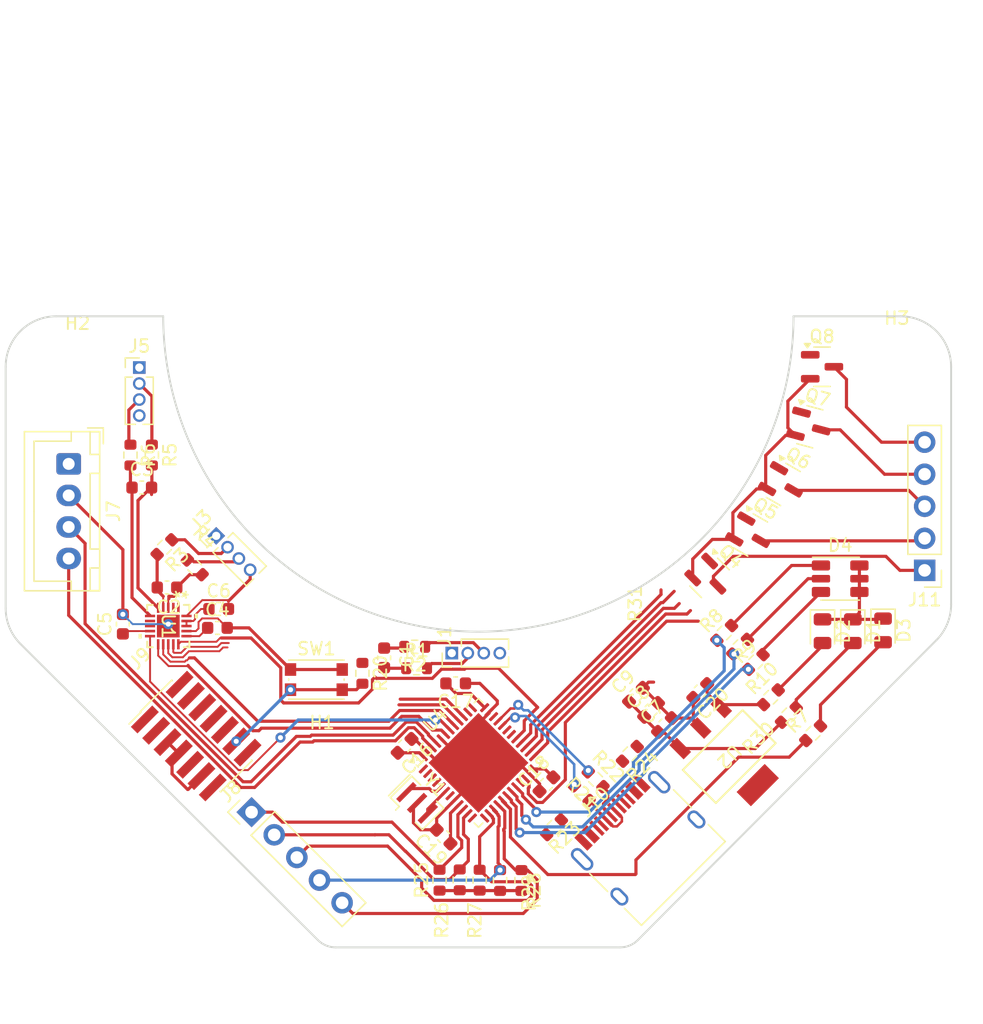
<source format=kicad_pcb>
(kicad_pcb (version 20240108) (generator "pcbnew") (generator_version "8.0")
  (layers (0 "F.Cu" signal) (31 "B.Cu" signal) (34 "B.Paste" user) (35 "F.Paste" user) (36 "B.SilkS" user "B.Silkscreen") (37 "F.SilkS" user "F.Silkscreen") (38 "B.Mask" user) (39 "F.Mask" user) (44 "Edge.Cuts" user))
  (net 0 "")
  (net 1 "Net-(J1-Pin_2)")
  (net 2 "+3.3V")
  (net 3 "GND")
  (net 4 "Net-(J3-Pin_2)")
  (net 5 "+5V")
  (net 6 "Net-(J5-Pin_2)")
  (net 7 "/ADC_SDO")
  (net 9 "/SDA")
  (net 10 "/SCL")
  (net 11 "/button1")
  (net 12 "/button2")
  (net 13 "/button3")
  (net 14 "/button4")
  (net 15 "/codeio")
  (net 16 "/codeclk")
  (net 17 "Net-(J10-CC1)")
  (net 18 "/d+")
  (net 19 "/d-")
  (net 21 "Net-(J10-CC2)")
  (net 24 "/ADC_CS")
  (net 25 "/ADC_DRDY")
  (net 26 "/ADC_SCK")
  (net 27 "/D-")
  (net 28 "/D+")
  (net 29 "/ADC_MCK")
  (net 31 "/ADC_SDI")
  (net 33 "Net-(U4-PD0)")
  (net 34 "Net-(U4-PD1)")
  (net 35 "/button5")
  (net 36 "Net-(D1-A)")
  (net 38 "Net-(J11-Pin_1)")
  (net 39 "Net-(J11-Pin_2)")
  (net 40 "Net-(J11-Pin_3)")
  (net 41 "Net-(J11-Pin_4)")
  (net 42 "Net-(J11-Pin_5)")
  (net 43 "Net-(D2-A)")
  (net 47 "/Trans1")
  (net 48 "/Trans2")
  (net 49 "/Trans3")
  (net 50 "/Trans4")
  (net 51 "/Trans5")
  (net 52 "Net-(D3-A)")
  (net 53 "Net-(U4-PA7)")
  (net 59 "/mcureset")
  (net 60 "/Programming_{RX}")
  (net 61 "/Programming_{TX}")
  (net 65 "Net-(U1-AIN0P)")
  (net 66 "Net-(U1-AIN0N)")
  (net 67 "Net-(U1-AIN1P)")
  (net 68 "Net-(U1-AIN1N)")
  (net 69 "Net-(U1-AIN2N)")
  (net 70 "Net-(U1-AIN2P)")
  (net 71 "Net-(J1-Pin_3)")
  (net 72 "Net-(J3-Pin_3)")
  (net 73 "Net-(J5-Pin_3)")
  (net 74 "Net-(U1-CAP)")
  (net 75 "/StatusLED_{B}")
  (net 76 "/StatusLED_{R}")
  (net 77 "/StatusLED_{G}")
  (net 78 "Net-(D4-GA)")
  (net 79 "Net-(D4-BA)")
  (net 80 "Net-(D4-RA)")
  (footprint "Resistor_SMD:R_0603_1608Metric" (layer "F.Cu") (at 156.8 141.7 -45)
    (property "Reference" "R22")
    (property "Value" "22")
  )
  (footprint "Package_TO_SOT_SMD:SOT-23" (layer "F.Cu") (at 174.762499 109)
    (property "Reference" "Q8")
    (property "Value" "2N7002")
  )
  (footprint "Resistor_SMD:R_0603_1608Metric" (layer "F.Cu") (at 125 124.9 -45)
    (property "Reference" "R4")
    (property "Value" "1k")
  )
  (footprint "Capacitor_SMD:C_0603_1608Metric" (layer "F.Cu") (at 126.8 129.7)
    (property "Reference" "C4")
    (property "Value" "220n")
  )
  (footprint "Connector_PinHeader_1.27mm:PinHeader_2x07_P1.27mm_Vertical_SMD" (layer "F.Cu") (at 125.115218 138.272935 45)
    (property "Reference" "J9")
    (property "Value" "Conn_ST_STDC14")
  )
  (footprint "Resistor_SMD:R_0603_1608Metric" (layer "F.Cu") (at 146.019998 149.675 90)
    (property "Reference" "R26")
    (property "Value" "10k")
  )
  (footprint "Button_Switch_SMD:SW_Push_1P1T_NO_CK_KMR2" (layer "F.Cu") (at 134.65 133.8)
    (property "Reference" "SW1")
    (property "Value" "SW_Push")
  )
  (footprint "Resistor_SMD:R_0603_1608Metric" (layer "F.Cu") (at 142.6 132.9 180)
    (property "Reference" "R1")
    (property "Value" "1k")
  )
  (footprint "Capacitor_SMD:C_0603_1608Metric" (layer "F.Cu") (at 162.3 137.4 45)
    (property "Reference" "C7")
    (property "Value" "10u")
  )
  (footprint "Connector_PinHeader_1.27mm:PinHeader_1x04_P1.27mm_Vertical" (layer "F.Cu") (at 126.703949 122.403949 45)
    (property "Reference" "J3")
    (property "Value" "Load Cell 2")
  )
  (footprint "Connector_PinHeader_2.54mm:PinHeader_1x05_P2.54mm_Vertical" (layer "F.Cu") (at 129.507898 144.307899 45)
    (property "Reference" "J8")
    (property "Value" "Conn_01x05_Pin")
  )
  (footprint "Capacitor_SMD:C_0603_1608Metric" (layer "F.Cu") (at 165.1 134.7 -135)
    (property "Reference" "C20")
    (property "Value" "0.47uF")
  )
  (footprint "LED_SMD:LED_0805_2012Metric" (layer "F.Cu") (at 179.6 129.9 -90)
    (property "Reference" "D3")
    (property "Value" "LED")
  )
  (footprint "Resistor_SMD:R_0603_1608Metric" (layer "F.Cu") (at 168.262563 131.191853 45)
    (property "Reference" "R9")
    (property "Value" "100")
  )
  (footprint "Package_TO_SOT_SMD:SOT-23" (layer "F.Cu") (at 165.837087 125.737087 -45)
    (property "Reference" "Q4")
    (property "Value" "2N7002")
  )
  (footprint "Connector_USB:USB_C_Receptacle_HRO_TYPE-C-31-M-12" (layer "F.Cu") (at 161 147.2 45)
    (property "Reference" "J10")
    (property "Value" "USB_C_Receptacle_USB2.0")
  )
  (footprint "Resistor_SMD:R_0603_1608Metric" (layer "F.Cu") (at 174.054416 138.045584 45)
    (property "Reference" "R7")
    (property "Value" "100")
  )
  (footprint "Package_TO_SOT_SMD:SOT-23" (layer "F.Cu") (at 173.794444 113.757357 -15)
    (property "Reference" "Q7")
    (property "Value" "2N7002")
  )
  (footprint "Crystal:Resonator_SMD_Murata_CSTxExxV-3Pin_3.0x1.1mm" (layer "F.Cu") (at 142.638999 143.576249 -45)
    (property "Reference" "Y1")
    (property "Value" "8M")
  )
  (footprint "Resistor_SMD:R_0603_1608Metric" (layer "F.Cu") (at 159.516637 139.683363 -135)
    (property "Reference" "R24")
    (property "Value" "5.1K")
  )
  (footprint "Resistor_SMD:R_0603_1608Metric" (layer "F.Cu") (at 144.419998 149.7 90)
    (property "Reference" "R25")
    (property "Value" "10k")
  )
  (footprint "Capacitor_SMD:C_0603_1608Metric" (layer "F.Cu") (at 161.2 136.2 45)
    (property "Reference" "C8")
    (property "Value" "10u")
  )
  (footprint "Package_TO_SOT_SMD:SOT-23" (layer "F.Cu") (at 171.688101 118.33125 -30)
    (property "Reference" "Q6")
    (property "Value" "2N7002")
  )
  (footprint "Resistor_SMD:R_0603_1608Metric" (layer "F.Cu") (at 147.6 149.7 90)
    (property "Reference" "R27")
    (property "Value" "10k")
  )
  (footprint "flight_stick_footprints:QFN_WQFN_RUK_TEX" (layer "F.Cu") (at 122.899999 129.5546 -90)
    (property "Reference" "U1")
    (property "Value" "ADS131M03IRUKx")
  )
  (footprint "Resistor_SMD:R_0603_1608Metric" (layer "F.Cu") (at 150.919998 149.725 90)
    (property "Reference" "R29")
    (property "Value" "10k")
  )
  (footprint "Capacitor_SMD:C_0603_1608Metric" (layer "F.Cu") (at 122.8 126.5 180)
    (property "Reference" "C2")
    (property "Value" "100n")
  )
  (footprint "LED_SMD:LED_0805_2012Metric" (layer "F.Cu") (at 174.8 129.9625 -90)
    (property "Reference" "D2")
    (property "Value" "LED")
  )
  (footprint "Resistor_SMD:R_0603_1608Metric" (layer "F.Cu") (at 119.9 116 -90)
    (property "Reference" "R6")
    (property "Value" "1k")
  )
  (footprint "Capacitor_SMD:C_0603_1608Metric" (layer "F.Cu") (at 140.025 132.075001 -90)
    (property "Reference" "C1")
    (property "Value" "100nF")
  )
  (footprint "Capacitor_SMD:C_0603_1608Metric" (layer "F.Cu") (at 160 135 45)
    (property "Reference" "C9")
    (property "Value" "10u")
  )
  (footprint "MountingHole:MountingHole_3.2mm_M3_ISO7380" (layer "F.Cu") (at 115.7 109.4)
    (property "Reference" "H2")
    (property "Value" "MountingHole")
  )
  (footprint "Connector_JST:JST_XH_B4B-XH-A_1x04_P2.50mm_Vertical" (layer "F.Cu") (at 115 116.7 -90)
    (property "Reference" "J7")
    (property "Value" "Conn_01x04_Male")
  )
  (footprint "MountingHole:MountingHole_3.2mm_M3_ISO7380" (layer "F.Cu") (at 135.3 141.6)
    (property "Reference" "H1")
    (property "Value" "MountingHole")
  )
  (footprint "Capacitor_SMD:C_0603_1608Metric" (layer "F.Cu") (at 145.7 134.1 180)
    (property "Reference" "C17")
    (property "Value" "100n")
  )
  (footprint "Resistor_SMD:R_0603_1608Metric" (layer "F.Cu") (at 142.45 131.2 180)
    (property "Reference" "R2")
    (property "Value" "1k")
  )
  (footprint "flight_stick_footprints:MP04A" (layer "F.Cu") (at 167.4 139.9 -135)
    (property "Reference" "U2")
    (property "Value" "LM3940IMP-3.3/NOPB")
  )
  (footprint "Resistor_SMD:R_0603_1608Metric" (layer "F.Cu") (at 122.6 123.3 -135)
    (property "Reference" "R3")
    (property "Value" "1k")
  )
  (footprint "Capacitor_SMD:C_0603_1608Metric" (layer "F.Cu") (at 144.739519 146.251992 135)
    (property "Reference" "C19")
    (property "Value" "100n")
  )
  (footprint "Connector_PinHeader_1.27mm:PinHeader_1x04_P1.27mm_Vertical" (layer "F.Cu") (at 145.39 131.7 90)
    (property "Reference" "J1")
    (property "Value" "Load Cell 1")
  )
  (footprint "Capacitor_SMD:C_0603_1608Metric" (layer "F.Cu") (at 120.8 118.575)
    (property "Reference" "C3")
    (property "Value" "100n")
  )
  (footprint "Package_DFN_QFN:QFN-48-1EP_7x7mm_P0.5mm_EP5.6x5.6mm" (layer "F.Cu") (at 147.510051 140.4 45)
    (property "Reference" "U4")
    (property "Value" "STM32F103CBU6")
  )
  (footprint "Capacitor_SMD:C_0603_1608Metric" (layer "F.Cu") (at 152.9 142.1 45)
    (property "Reference" "C18")
    (property "Value" "100n")
  )
  (footprint "Resistor_SMD:R_0603_1608Metric" (layer "F.Cu") (at 149.219998 149.725 90)
    (property "Reference" "R28")
    (property "Value" "10k")
  )
  (footprint "LED_SMD:LED_0805_2012Metric" (layer "F.Cu") (at 177.2 129.962497 -90)
    (property "Reference" "D1")
    (property "Value" "LED")
  )
  (footprint "Capacitor_SMD:C_0603_1608Metric" (layer "F.Cu") (at 126.9 128.2)
    (property "Reference" "C6")
    (property "Value" "100n")
  )
  (footprint "Resistor_SMD:R_0603_1608Metric" (layer "F.Cu") (at 172.13189 136.596537 45)
    (property "Reference" "R30")
    (property "Value" "200")
  )
  (footprint "Resistor_SMD:R_0603_1608Metric" (layer "F.Cu") (at 169.5 132.4 45)
    (property "Reference" "R10")
    (property "Value" "50")
  )
  (footprint "Capacitor_SMD:C_0603_1608Metric" (layer "F.Cu") (at 119.3 129.4 90)
    (property "Reference" "C5")
    (property "Value" "100n")
  )
  (footprint "LED_SMD:LED_ROHM_SMLVN6" (layer "F.Cu") (at 176.2 125.8)
    (property "Reference" "D4")
    (property "Value" "SMLVN6RGB")
  )
  (footprint "Package_TO_SOT_SMD:SOT-23" (layer "F.Cu") (at 169.088101 122.33125 -30)
    (property "Reference" "Q5")
    (property "Value" "2N7002")
  )
  (footprint "Resistor_SMD:R_0603_1608Metric" (layer "F.Cu") (at 121.6 116 -90)
    (property "Reference" "R5")
    (property "Value" "1k")
  )
  (footprint "MountingHole:MountingHole_3.2mm_M3_ISO7380" (layer "F.Cu") (at 180.7 109)
    (property "Reference" "H3")
    (property "Value" "MountingHole")
  )
  (footprint "Resistor_SMD:R_0603_1608Metric" (layer "F.Cu") (at 167 130.1 45)
    (property "Reference" "R8")
    (property "Value" "50")
  )
  (footprint "Resistor_SMD:R_0603_1608Metric" (layer "F.Cu") (at 170.7 135.2 45)
    (property "Reference" "R31")
    (property "Value" "300")
  )
  (footprint "Connector_PinHeader_2.54mm:PinHeader_1x05_P2.54mm_Vertical" (layer "F.Cu") (at 182.9 125.14 180)
    (property "Reference" "J11")
    (property "Value" "Conn_01x05_Pin")
  )
  (footprint "Resistor_SMD:R_0603_1608Metric" (layer "F.Cu") (at 153.5 145.5 45)
    (property "Reference" "R23")
    (property "Value" "5.1K")
  )
  (footprint "Capacitor_SMD:C_0603_1608Metric" (layer "F.Cu") (at 141.648008 139.051992 -135)
    (property "Reference" "C16")
    (property "Value" "100n")
  )
  (footprint "Connector_PinHeader_1.27mm:PinHeader_1x04_P1.27mm_Vertical" (layer "F.Cu") (at 120.6 109.06)
    (property "Reference" "J5")
    (property "Value" "Load Cell 3")
  )
  (footprint "Resistor_SMD:R_0603_1608Metric" (layer "F.Cu") (at 155.7 142.8 -45)
    (property "Reference" "R21")
    (property "Value" "22")
  )
  (footprint "Resistor_SMD:R_0603_1608Metric" (layer "F.Cu") (at 138.3 133.3 -90)
    (property "Reference" "R20")
    (property "Value" "10k")
  )
  (gr_arc (start 111.178686 130.972982) (mid 110.30642 129.67283) (end 110 128.137459) (stroke (width 0.15)) (layer "Edge.Cuts"))
  (gr_arc (start 160.158337 154.439357) (mid 159.508526 154.874908) (end 158.741351 155.027922) (stroke (width 0.15)) (layer "Edge.Cuts"))
  (gr_arc (start 185 127.847742) (mid 184.697018 129.374849) (end 183.833973 130.670613) (stroke (width 0.15)) (layer "Edge.Cuts"))
  (gr_line (start 114 105) (end 122.5 105) (stroke (width 0.15)) (layer "Edge.Cuts"))
  (gr_line (start 185 109) (end 185 127.847742) (stroke (width 0.15)) (layer "Edge.Cuts"))
  (gr_line (start 160.158337 154.439357) (end 183.833973 130.670613) (stroke (width 0.15)) (layer "Edge.Cuts"))
  (gr_line (start 110 109) (end 110 128.137459) (stroke (width 0.15)) (layer "Edge.Cuts"))
  (gr_line (start 158.741351 155.027922) (end 136.180257 155.027922) (stroke (width 0.15)) (layer "Edge.Cuts"))
  (gr_arc (start 172.5 105) (mid 147.5 130) (end 122.5 105) (stroke (width 0.15)) (layer "Edge.Cuts"))
  (gr_arc (start 136.180257 155.027922) (mid 135.417211 154.876641) (end 134.7696 154.445683) (stroke (width 0.15)) (layer "Edge.Cuts"))
  (gr_line (start 111.178686 130.972982) (end 134.7696 154.445683) (stroke (width 0.15)) (layer "Edge.Cuts"))
  (gr_line (start 172.5 105) (end 181 105) (stroke (width 0.15)) (layer "Edge.Cuts"))
  (gr_arc (start 181 105) (mid 183.828427 106.171573) (end 185 109) (stroke (width 0.15)) (layer "Edge.Cuts"))
  (gr_arc (start 110 109) (mid 111.171573 106.171573) (end 114 105) (stroke (width 0.15)) (layer "Edge.Cuts"))
  (segment (start 143.425 132.9) (end 143.8 132.525) (width 0.25) (layer "F.Cu") (net 1))
  (segment (start 146.660001 131.7) (end 146.660001 131.320001) (width 0.25) (layer "F.Cu") (net 1))
  (segment (start 143.8 132.525) (end 146.215 132.525) (width 0.25) (layer "F.Cu") (net 1))
  (segment (start 146.215 132.525) (end 146.660001 132.079999) (width 0.25) (layer "F.Cu") (net 1))
  (segment (start 146.660001 132.079999) (end 146.660001 131.7) (width 0.25) (layer "F.Cu") (net 1))
  (segment (start 144.419998 150.525) (end 150.894998 150.525) (width 0.25) (layer "F.Cu") (net 2))
  (segment (start 124.345399 129.154601) (end 124.887082 129.154601) (width 0.15) (layer "F.Cu") (net 2))
  (segment (start 119.520401 129.954599) (end 121.454599 129.954599) (width 0.15) (layer "F.Cu") (net 2))
  (segment (start 160.651992 136.748008) (end 160.651992 136.848008) (width 0.25) (layer "F.Cu") (net 2))
  (segment (start 125.5 128.2) (end 126.125 128.2) (width 0.15) (layer "F.Cu") (net 2))
  (segment (start 171.548527 137.1799) (end 169.465105 139.263322) (width 0.25) (layer "F.Cu") (net 2))
  (segment (start 119.3 130.175) (end 119.520401 129.954599) (width 0.15) (layer "F.Cu") (net 2))
  (segment (start 151.885274 140.886136) (end 152.782152 140.886136) (width 0.25) (layer "F.Cu") (net 2))
  (segment (start 125.024398 129.017285) (end 125.024398 128.675602) (width 0.15) (layer "F.Cu") (net 2))
  (segment (start 169.465105 139.263322) (end 163.51063 139.263322) (width 0.25) (layer "F.Cu") (net 2))
  (segment (start 142.820964 139.6) (end 143.134828 139.913864) (width 0.25) (layer "F.Cu") (net 2))
  (segment (start 125.024398 128.675602) (end 125.5 128.2) (width 0.15) (layer "F.Cu") (net 2))
  (segment (start 124.345399 129.5546) (end 124.345399 129.154601) (width 0.15) (layer "F.Cu") (net 2))
  (segment (start 160.651992 136.848008) (end 161.751992 137.948008) (width 0.25) (layer "F.Cu") (net 2))
  (segment (start 144.924999 134.1) (end 145.724999 134.9) (width 0.25) (layer "F.Cu") (net 2))
  (segment (start 161.751992 137.948008) (end 162.195316 137.948008) (width 0.25) (layer "F.Cu") (net 2))
  (segment (start 145.287527 146.8) (end 145.287527 144.390291) (width 0.25) (layer "F.Cu") (net 2))
  (segment (start 145.287527 144.390291) (end 145.963255 143.714563) (width 0.25) (layer "F.Cu") (net 2))
  (segment (start 159.451992 135.548008) (end 160.651992 136.748008) (width 0.25) (layer "F.Cu") (net 2))
  (segment (start 150.894998 150.525) (end 150.919998 150.55) (width 0.25) (layer "F.Cu") (net 2))
  (segment (start 146.87141 134.9) (end 147.996187 136.024777) (width 0.25) (layer "F.Cu") (net 2))
  (segment (start 152.782152 140.886136) (end 153.448008 141.551992) (width 0.25) (layer "F.Cu") (net 2))
  (segment (start 162.195316 137.948008) (end 163.51063 139.263322) (width 0.25) (layer "F.Cu") (net 2))
  (segment (start 124.887082 129.154601) (end 125.024398 129.017285) (width 0.15) (layer "F.Cu") (net 2))
  (segment (start 141.1 139.6) (end 142.820964 139.6) (width 0.25) (layer "F.Cu") (net 2))
  (segment (start 145.724999 134.9) (end 146.87141 134.9) (width 0.25) (layer "F.Cu") (net 2))
  (segment (start 119.3 128.625) (end 119.3 123.5) (width 0.25) (layer "F.Cu") (net 3))
  (segment (start 125.299999 129.236658) (end 125.586657 128.95) (width 0.15) (layer "F.Cu") (net 3))
  (segment (start 177.724998 126.850001) (end 177.724998 128.499999) (width 0.25) (layer "F.Cu") (net 3))
  (segment (start 177.725 125.8) (end 177.725 126.849999) (width 0.25) (layer "F.Cu") (net 3))
  (segment (start 167.69078 122.574802) (end 167.801202 122.685224) (width 0.25) (layer "F.Cu") (net 3))
  (segment (start 148.34974 136.37833) (end 148.34974 136.449042) (width 0.25) (layer "F.Cu") (net 3))
  (segment (start 119.3 123.5) (end 115 119.2) (width 0.25) (layer "F.Cu") (net 3))
  (segment (start 125.091256 129.954599) (end 125.299999 129.745856) (width 0.15) (layer "F.Cu") (net 3))
  (segment (start 169.57425 118.685224) (end 167.69078 120.568694) (width 0.25) (layer "F.Cu") (net 3))
  (segment (start 126.825001 128.95) (end 127.575001 129.7) (width 0.15) (layer "F.Cu") (net 3))
  (segment (start 161.4 134) (end 161 134) (width 0.25) (layer "F.Cu") (net 3))
  (segment (start 123.199228 141.271336) (end 124.427892 142.5) (width 0.25) (layer "F.Cu") (net 3))
  (segment (start 142.638999 143.576249) (end 142.349354 143.865894) (width 0.25) (layer "F.Cu") (net 3))
  (segment (start 147.510051 141.460661) (end 147.510051 140.4) (width 0.25) (layer "F.Cu") (net 3))
  (segment (start 124.427892 142.5) (end 124.480257 142.5) (width 0.25) (layer "F.Cu") (net 3))
  (segment (start 152.351992 142.05996) (end 152.351992 142.648008) (width 0.25) (layer "F.Cu") (net 3))
  (segment (start 164.502423 124.243322) (end 164.502423 125.745926) (width 0.25) (layer "F.Cu") (net 3))
  (segment (start 132.6 133) (end 129.3 129.7) (width 0.25) (layer "F.Cu") (net 3))
  (segment (start 122.838335 138.753768) (end 123.73636 139.651793) (width 0.25) (layer "F.Cu") (net 3))
  (segment (start 129.398026 125.851974) (end 127.675 127.575) (width 0.25) (layer "F.Cu") (net 3))
  (segment (start 146.44939 140.4) (end 147.510051 140.4) (width 0.25) (layer "F.Cu") (net 3))
  (segment (start 174.800003 129.024997) (end 174.8 129.025) (width 0.25) (layer "F.Cu") (net 3))
  (segment (start 150.692032 140.4) (end 147.510051 140.4) (width 0.25) (layer "F.Cu") (net 3))
  (segment (start 149 135.72807) (end 148.34974 136.37833) (width 0.25) (layer "F.Cu") (net 3))
  (segment (start 177.724997 125.799997) (end 177.725 125.8) (width 0.25) (layer "F.Cu") (net 3))
  (segment (start 124.345399 128.754599) (end 125.599998 127.5) (width 0.15) (layer "F.Cu") (net 3))
  (segment (start 122.899999 129.400001) (end 122.9 129.4) (width 0.15) (layer "F.Cu") (net 3))
  (segment (start 172.05183 111.723169) (end 172.05183 113.841164) (width 0.25) (layer "F.Cu") (net 3))
  (segment (start 142.349354 145.149354) (end 142.903984 145.703984) (width 0.25) (layer "F.Cu") (net 3))
  (segment (start 177.724997 124.75) (end 177.724997 125.799997) (width 0.25) (layer "F.Cu") (net 3))
  (segment (start 177.2 129.024997) (end 174.800003 129.024997) (width 0.25) (layer "F.Cu") (net 3))
  (segment (start 151.531721 141.239689) (end 152.351992 142.05996) (width 0.25) (layer "F.Cu") (net 3))
  (segment (start 129.398026 125.098026) (end 129.398026 125.851974) (width 0.25) (layer "F.Cu") (net 3))
  (segment (start 177.724998 128.499999) (end 177.2 129.024997) (width 0.25) (layer "F.Cu") (net 3))
  (segment (start 144.191511 145.703984) (end 144.191511 144.779201) (width 0.25) (layer "F.Cu") (net 3))
  (segment (start 166.060521 122.685224) (end 164.502423 124.243322) (width 0.25) (layer "F.Cu") (net 3))
  (segment (start 122.838334 138.753768) (end 122.838335 138.753768) (width 0.25) (layer "F.Cu") (net 3))
  (segment (start 147.619416 134.1) (end 149 135.480584) (width 0.25) (layer "F.Cu") (net 3))
  (segment (start 170.401202 118.685224) (end 169.57425 118.685224) (width 0.25) (layer "F.Cu") (net 3))
  (segment (start 164.551992 135.248008) (end 164.551992 137.051992) (width 0.25) (layer "F.Cu") (net 3))
  (segment (start 125.586657 128.95) (end 126.825001 128.95) (width 0.15) (layer "F.Cu") (net 3))
  (segment (start 144.32807 140.4) (end 147.510051 140.4) (width 0.25) (layer "F.Cu") (net 3))
  (segment (start 172.05183 113.841164) (end 172.64301 114.432344) (width 0.25) (layer "F.Cu") (net 3))
  (segment (start 132.6 133) (end 136.7 133) (width 0.25) (layer "F.Cu") (net 3))
  (segment (start 160.548008 134.451992) (end 161.748008 135.651992) (width 0.25) (layer "F.Cu") (net 3))
  (segment (start 167.801202 122.685224) (end 166.060521 122.685224) (width 0.25) (layer "F.Cu") (net 3))
  (segment (start 143.488381 139.560311) (end 144.32807 140.4) (width 0.25) (layer "F.Cu") (net 3))
  (segment (start 161 134) (end 160.548008 134.451992) (width 0.25) (layer "F.Cu") (net 3))
  (segment (start 144.549041 138.499651) (end 146.44939 140.4) (width 0.25) (layer "F.Cu") (net 3))
  (segment (start 161.748008 135.751992) (end 162.848008 136.851992) (width 0.25) (layer "F.Cu") (net 3))
  (segment (start 149 135.480584) (end 149 135.72807) (width 0.25) (layer "F.Cu") (net 3))
  (segment (start 142.349354 143.865894) (end 142.349354 145.149354) (width 0.25) (layer "F.Cu") (net 3))
  (segment (start 146.475001 134.1) (end 147.619416 134.1) (width 0.25) (layer "F.Cu") (net 3))
  (segment (start 144.191511 144.779201) (end 145.609702 143.36101) (width 0.25) (layer "F.Cu") (net 3))
  (segment (start 148.34974 136.449042) (end 147.510051 137.288731) (width 0.25) (layer "F.Cu") (net 3))
  (segment (start 161.748008 135.651992) (end 161.748008 135.751992) (width 0.25) (layer "F.Cu") (net 3))
  (segment (start 145.609702 143.36101) (end 147.510051 141.460661) (width 0.25) (layer "F.Cu") (net 3))
  (segment (start 167.69078 120.568694) (end 167.69078 122.574802) (width 0.25) (layer "F.Cu") (net 3))
  (segment (start 127.6 127.5) (end 127.675 127.575) (width 0.15) (layer "F.Cu") (net 3))
  (segment (start 142.903984 145.703984) (end 144.191511 145.703984) (width 0.25) (layer "F.Cu") (net 3))
  (segment (start 179.537502 129.024997) (end 179.6 128.962499) (width 0.25) (layer "F.Cu") (net 3))
  (segment (start 122.899999 129.5546) (end 122.899999 129.400001) (width 0.15) (layer "F.Cu") (net 3))
  (segment (start 170.29078 118.574802) (end 170.401202 118.685224) (width 0.25) (layer "F.Cu") (net 3))
  (segment (start 130.6 131) (end 132.6 133) (width 0.25) (layer "F.Cu") (net 3))
  (segment (start 123.73636 139.651793) (end 123.199228 140.188925) (width 0.25) (layer "F.Cu") (net 3))
  (segment (start 170.29078 116.027478) (end 170.29078 118.574802) (width 0.25) (layer "F.Cu") (net 3))
  (segment (start 142.196016 138.503984) (end 142.432054 138.503984) (width 0.25) (layer "F.Cu") (net 3))
  (segment (start 124.480257 142.5) (end 125.532412 141.447845) (width 0.25) (layer "F.Cu") (net 3))
  (segment (start 172.64301 114.432344) (end 171.885914 114.432344) (width 0.25) (layer "F.Cu") (net 3))
  (segment (start 173.824999 109.95) (end 172.05183 111.723169) (width 0.25) (layer "F.Cu") (net 3))
  (segment (start 177.2 129.024997) (end 179.537502 129.024997) (width 0.25) (layer "F.Cu") (net 3))
  (segment (start 162.848008 136.851992) (end 164.351992 136.851992) (width 0.25) (layer "F.Cu") (net 3))
  (segment (start 129.3 129.7) (end 127.575001 129.7) (width 0.25) (layer "F.Cu") (net 3))
  (segment (start 124.345399 129.954599) (end 125.091256 129.954599) (width 0.15) (layer "F.Cu") (net 3))
  (segment (start 164.551992 137.051992) (end 165.136975 137.636975) (width 0.25) (layer "F.Cu") (net 3))
  (segment (start 123.199228 140.188925) (end 123.199228 141.271336) (width 0.25) (layer "F.Cu") (net 3))
  (segment (start 142.432054 138.503984) (end 143.488381 139.560311) (width 0.25) (layer "F.Cu") (net 3))
  (segment (start 127.675 128.2) (end 127.675 127.575) (width 0.15) (layer "F.Cu") (net 3))
  (segment (start 171.885914 114.432344) (end 170.29078 116.027478) (width 0.25) (layer "F.Cu") (net 3))
  (segment (start 164.351992 136.851992) (end 165.136975 137.636975) (width 0.25) (layer "F.Cu") (net 3))
  (segment (start 125.599998 127.5) (end 127.6 127.5) (width 0.15) (layer "F.Cu") (net 3))
  (segment (start 177.725 126.849999) (end 177.724998 126.850001) (width 0.25) (layer "F.Cu") (net 3))
  (segment (start 125.299999 129.745856) (end 125.299999 129.236658) (width 0.15) (layer "F.Cu") (net 3))
  (segment (start 147.510051 137.288731) (end 147.510051 140.4) (width 0.25) (layer "F.Cu") (net 3))
  (segment (start 151.531721 141.239689) (end 150.692032 140.4) (width 0.25) (layer "F.Cu") (net 3))
  (via (at 119.3 128.625) (size 0.8) (drill 0.4) (layers "F.Cu" "B.Cu") (net 3))
  (via (at 122.9 129.4) (size 0.8) (drill 0.4) (layers "F.Cu" "B.Cu") (net 3))
  (segment (start 122.9 129.4) (end 120.075 129.4) (width 0.15) (layer "B.Cu") (net 3))
  (segment (start 120.075 129.4) (end 119.3 128.625) (width 0.15) (layer "B.Cu") (net 3))
  (segment (start 124.216637 122.716637) (end 123.183363 122.716637) (width 0.25) (layer "F.Cu") (net 4))
  (segment (start 127.601975 123.301975) (end 127.101976 123.801974) (width 0.25) (layer "F.Cu") (net 4))
  (segment (start 127.101976 123.801974) (end 125.301974 123.801974) (width 0.25) (layer "F.Cu") (net 4))
  (segment (start 125.301974 123.801974) (end 124.216637 122.716637) (width 0.25) (layer "F.Cu") (net 4))
  (segment (start 170.116637 135.783363) (end 166.990588 135.783363) (width 0.25) (layer "F.Cu") (net 5))
  (segment (start 166.990588 135.783363) (end 166.763321 136.01063) (width 0.25) (layer "F.Cu") (net 5))
  (segment (start 165.648008 134.895317) (end 166.763321 136.01063) (width 0.25) (layer "F.Cu") (net 5))
  (segment (start 165.648008 134.151992) (end 165.648008 134.895317) (width 0.25) (layer "F.Cu") (net 5))
  (segment (start 120.6 110.330001) (end 121.6 111.330001) (width 0.25) (layer "F.Cu") (net 6))
  (segment (start 121.6 111.330001) (end 121.6 115.175) (width 0.25) (layer "F.Cu") (net 6))
  (segment (start 126.81005 131.2) (end 127.11005 130.9) (width 0.15) (layer "F.Cu") (net 7))
  (segment (start 123.299998 131) (end 123.299998 131.61005) (width 0.15) (layer "F.Cu") (net 7))
  (segment (start 144.677818 135.8) (end 141.2 135.8) (width 0.25) (layer "F.Cu") (net 7))
  (segment (start 123.368947 131.678999) (end 123.915366 131.678999) (width 0.15) (layer "F.Cu") (net 7))
  (segment (start 123.299998 131.61005) (end 123.368947 131.678999) (width 0.15) (layer "F.Cu") (net 7))
  (segment (start 123.915366 131.678999) (end 124.394365 131.2) (width 0.15) (layer "F.Cu") (net 7))
  (segment (start 127.11005 130.9) (end 127.7 130.9) (width 0.15) (layer "F.Cu") (net 7))
  (segment (start 145.963255 137.085437) (end 144.677818 135.8) (width 0.25) (layer "F.Cu") (net 7))
  (segment (start 124.394365 131.2) (end 126.81005 131.2) (width 0.15) (layer "F.Cu") (net 7))
  (segment (start 141.95493 137.6137) (end 140.91863 138.65) (width 0.25) (layer "F.Cu") (net 9))
  (segment (start 134.359188 138.75) (end 133.352081 138.75) (width 0.25) (layer "F.Cu") (net 9))
  (segment (start 142.401748 137.6137) (end 141.95493 137.6137) (width 0.25) (layer "F.Cu") (net 9))
  (segment (start 143.841935 139.206757) (end 143.0863 138.451122) (width 0.25) (layer "F.Cu") (net 9))
  (segment (start 140.91863 138.65) (end 134.459188 138.65) (width 0.25) (layer "F.Cu") (net 9))
  (segment (start 129.752081 142.35) (end 128.647919 142.35) (width 0.25) (layer "F.Cu") (net 9))
  (segment (start 143.0863 138.298252) (end 142.401748 137.6137) (width 0.25) (layer "F.Cu") (net 9))
  (segment (start 115 128.702081) (end 115 124.2) (width 0.25) (layer "F.Cu") (net 9))
  (segment (start 128.647919 142.35) (end 115 128.702081) (width 0.25) (layer "F.Cu") (net 9))
  (segment (start 143.0863 138.451122) (end 143.0863 138.298252) (width 0.25) (layer "F.Cu") (net 9))
  (segment (start 134.459188 138.65) (end 134.359188 138.75) (width 0.25) (layer "F.Cu") (net 9))
  (segment (start 133.352081 138.75) (end 129.752081 142.35) (width 0.25) (layer "F.Cu") (net 9))
  (segment (start 129.465685 141.9) (end 128.834315 141.9) (width 0.25) (layer "F.Cu") (net 10))
  (segment (start 144.195488 138.853204) (end 143.5363 138.194016) (width 0.25) (layer "F.Cu") (net 10))
  (segment (start 142.588144 137.1637) (end 141.768534 137.1637) (width 0.25) (layer "F.Cu") (net 10))
  (segment (start 134.172792 138.3) (end 133.065685 138.3) (width 0.25) (layer "F.Cu") (net 10))
  (segment (start 116.3 129.365685) (end 116.3 123) (width 0.25) (layer "F.Cu") (net 10))
  (segment (start 116.3 123) (end 115 121.7) (width 0.25) (layer "F.Cu") (net 10))
  (segment (start 141.768534 137.1637) (end 140.732234 138.2) (width 0.25) (layer "F.Cu") (net 10))
  (segment (start 134.272792 138.2) (end 134.172792 138.3) (width 0.25) (layer "F.Cu") (net 10))
  (segment (start 133.065685 138.3) (end 129.465685 141.9) (width 0.25) (layer "F.Cu") (net 10))
  (segment (start 143.5363 138.111856) (end 142.588144 137.1637) (width 0.25) (layer "F.Cu") (net 10))
  (segment (start 128.834315 141.9) (end 116.3 129.365685) (width 0.25) (layer "F.Cu") (net 10))
  (segment (start 140.732234 138.2) (end 134.272792 138.2) (width 0.25) (layer "F.Cu") (net 10))
  (segment (start 143.5363 138.194016) (end 143.5363 138.111856) (width 0.25) (layer "F.Cu") (net 10))
  (segment (start 146.316808 144.068116) (end 145.875831 144.509093) (width 0.25) (layer "F.Cu") (net 11))
  (segment (start 144.419998 148.875) (end 140.644998 145.1) (width 0.25) (layer "F.Cu") (net 11))
  (segment (start 146.177811 146.558914) (end 146.177811 147.117187) (width 0.25) (layer "F.Cu") (net 11))
  (segment (start 145.875831 146.256934) (end 146.177811 146.558914) (width 0.25) (layer "F.Cu") (net 11))
  (segment (start 131.961703 145.1) (end 131.169602 144.307899) (width 0.25) (layer "F.Cu") (net 11))
  (segment (start 140.644998 145.1) (end 131.961703 145.1) (width 0.25) (layer "F.Cu") (net 11))
  (segment (start 145.875831 144.509093) (end 145.875831 146.256934) (width 0.25) (layer "F.Cu") (net 11))
  (segment (start 146.177811 147.117187) (end 144.419998 148.875) (width 0.25) (layer "F.Cu") (net 11))
  (segment (start 131.169602 144.307899) (end 129.507898 144.307899) (width 0.25) (layer "F.Cu") (net 11))
  (segment (start 140.4 146.1) (end 141.7 147.4) (width 0.25) (layer "F.Cu") (net 12))
  (segment (start 143.971994 149.65) (end 145.219998 149.65) (width 0.25) (layer "F.Cu") (net 12))
  (segment (start 141.7 147.4) (end 141.721994 147.4) (width 0.25) (layer "F.Cu") (net 12))
  (segment (start 131.303951 146.103949) (end 139.296051 146.103949) (width 0.25) (layer "F.Cu") (net 12))
  (segment (start 139.3 146.1) (end 140.4 146.1) (width 0.25) (layer "F.Cu") (net 12))
  (segment (start 141.721994 147.4) (end 143.971994 149.65) (width 0.25) (layer "F.Cu") (net 12))
  (segment (start 146.325831 146.070538) (end 146.7 146.444707) (width 0.25) (layer "F.Cu") (net 12))
  (segment (start 146.325831 144.766201) (end 146.325831 146.070538) (width 0.25) (layer "F.Cu") (net 12))
  (segment (start 139.296051 146.103949) (end 139.3 146.1) (width 0.25) (layer "F.Cu") (net 12))
  (segment (start 146.7 146.444707) (end 146.7 148.169998) (width 0.25) (layer "F.Cu") (net 12))
  (segment (start 146.670362 144.42167) (end 146.325831 144.766201) (width 0.25) (layer "F.Cu") (net 12))
  (segment (start 146.7 148.169998) (end 146.019998 148.85) (width 0.25) (layer "F.Cu") (net 12))
  (segment (start 145.219998 149.65) (end 146.019998 148.85) (width 0.25) (layer "F.Cu") (net 12))
  (segment (start 134 147) (end 133.1 147.9) (width 0.25) (layer "F.Cu") (net 13))
  (segment (start 148.614159 144.756799) (end 148.694271 144.836911) (width 0.25) (layer "F.Cu") (net 13))
  (segment (start 151.719998 150.126996) (end 151.719998 150.973004) (width 0.25) (layer "F.Cu") (net 13))
  (segment (start 140.3 147) (end 134 147) (width 0.25) (layer "F.Cu") (net 13))
  (segment (start 147.6 146.249748) (end 147.6 148.875) (width 0.25) (layer "F.Cu") (net 13))
  (segment (start 143 149.7) (end 140.3 147) (width 0.25) (layer "F.Cu") (net 13))
  (segment (start 148.694271 145.155477) (end 147.6 146.249748) (width 0.25) (layer "F.Cu") (net 13))
  (segment (start 143 150.328006) (end 143 149.7) (width 0.25) (layer "F.Cu") (net 13))
  (segment (start 148.694271 144.836911) (end 148.694271 145.155477) (width 0.25) (layer "F.Cu") (net 13))
  (segment (start 151.719998 150.973004) (end 151.393002 151.3) (width 0.25) (layer "F.Cu") (net 13))
  (segment (start 151.418002 149.825) (end 151.719998 150.126996) (width 0.25) (layer "F.Cu") (net 13))
  (segment (start 148.55 149.825) (end 151.418002 149.825) (width 0.25) (layer "F.Cu") (net 13))
  (segment (start 147.6 148.875) (end 148.55 149.825) (width 0.25) (layer "F.Cu") (net 13))
  (segment (start 148.34974 144.42167) (end 148.614159 144.686089) (width 0.25) (layer "F.Cu") (net 13))
  (segment (start 143.971994 151.3) (end 143 150.328006) (width 0.25) (layer "F.Cu") (net 13))
  (segment (start 148.614159 144.686089) (end 148.614159 144.756799) (width 0.25) (layer "F.Cu") (net 13))
  (segment (start 151.393002 151.3) (end 143.971994 151.3) (width 0.25) (layer "F.Cu") (net 13))
  (segment (start 149.219998 148.5) (end 149.219998 148.9) (width 0.25) (layer "F.Cu") (net 14))
  (segment (start 149.064159 145.469363) (end 149.064159 148.344161) (width 0.25) (layer "F.Cu") (net 14))
  (segment (start 149.064159 144.570403) (end 149.144271 144.650515) (width 0.25) (layer "F.Cu") (net 14))
  (segment (start 149.064159 148.344161) (end 149.219998 148.5) (width 0.25) (layer "F.Cu") (net 14))
  (segment (start 148.703294 144.138828) (end 149.064159 144.499693) (width 0.25) (layer "F.Cu") (net 14))
  (segment (start 149.144271 145.389251) (end 149.064159 145.469363) (width 0.25) (layer "F.Cu") (net 14))
  (segment (start 149.144271 144.650515) (end 149.144271 145.389251) (width 0.25) (layer "F.Cu") (net 14))
  (segment (start 149.064159 144.499693) (end 149.064159 144.570403) (width 0.25) (layer "F.Cu") (net 14))
  (segment (start 148.703294 144.068116) (end 148.703294 144.138828) (width 0.25) (layer "F.Cu") (net 14))
  (via (at 149.219998 148.9) (size 0.8) (drill 0.4) (layers "F.Cu" "B.Cu") (net 14))
  (segment (start 134.896052 149.696053) (end 148.423945 149.696053) (width 0.25) (layer "B.Cu") (net 14))
  (segment (start 148.423945 149.696053) (end 149.219998 148.9) (width 0.25) (layer "B.Cu") (net 14))
  (segment (start 157.397811 143.951363) (end 157.397811 143.632126) (width 0.2) (layer "F.Cu") (net 18))
  (segment (start 158.104917 143.244258) (end 158.670083 143.809424) (width 0.2) (layer "F.Cu") (net 18))
  (segment (start 157.397811 143.632126) (end 157.785679 143.244258) (width 0.2) (layer "F.Cu") (net 18))
  (segment (start 158.670083 143.844777) (end 158.694993 143.869687) (width 0.2) (layer "F.Cu") (net 18))
  (segment (start 157.785679 143.244258) (end 158.104917 143.244258) (width 0.2) (layer "F.Cu") (net 18))
  (segment (start 157.962977 144.516529) (end 157.962977 144.481175) (width 0.2) (layer "F.Cu") (net 18))
  (segment (start 157.785679 142.685679) (end 157.383363 142.283363) (width 0.2) (layer "F.Cu") (net 18))
  (segment (start 158.670083 143.809424) (end 158.670083 143.844777) (width 0.2) (layer "F.Cu") (net 18))
  (segment (start 157.962977 144.516529) (end 157.397811 143.951363) (width 0.2) (layer "F.Cu") (net 18))
  (segment (start 157.785679 143.244258) (end 157.785679 142.685679) (width 0.2) (layer "F.Cu") (net 18))
  (segment (start 158.316529 144.162976) (end 158.351884 144.162976) (width 0.2) (layer "F.Cu") (net 19))
  (segment (start 158.881695 144.728142) (end 158.316529 144.162976) (width 0.2) (layer "F.Cu") (net 19))
  (segment (start 157.609423 144.870083) (end 156.851992 144.112652) (width 0.2) (layer "F.Cu") (net 19))
  (segment (start 158.493827 145.435247) (end 158.881695 145.047379) (width 0.2) (layer "F.Cu") (net 19))
  (segment (start 157.609423 144.870083) (end 158.174587 145.435247) (width 0.2) (layer "F.Cu") (net 19))
  (segment (start 158.174587 145.435247) (end 158.493827 145.435247) (width 0.2) (layer "F.Cu") (net 19))
  (segment (start 158.316529 144.162976) (end 158.281176 144.162976) (width 0.2) (layer "F.Cu") (net 19))
  (segment (start 158.881695 145.047379) (end 158.881695 144.728142) (width 0.2) (layer "F.Cu") (net 19))
  (segment (start 158.351884 144.162976) (end 158.376793 144.187885) (width 0.2) (layer "F.Cu") (net 19))
  (segment (start 156.851992 143.951992) (end 156.283363 143.383363) (width 0.2) (layer "F.Cu") (net 19))
  (segment (start 156.851992 144.112652) (end 156.851992 143.951992) (width 0.2) (layer "F.Cu") (net 19))
  (segment (start 158.376793 144.187885) (end 158.376793 144.187887) (width 0.2) (layer "F.Cu") (net 19))
  (segment (start 144.463604 137) (end 144.1 137) (width 0.25) (layer "F.Cu") (net 24))
  (segment (start 121.454599 133.954599) (end 128.473312 140.973312) (width 0.15) (layer "F.Cu") (net 24))
  (segment (start 128.473312 140.973312) (end 129.226688 140.973312) (width 0.15) (layer "F.Cu") (net 24))
  (segment (start 129.226688 140.973312) (end 131.8 138.4) (width 0.15) (layer "F.Cu") (net 24))
  (segment (start 121.454599 130.354601) (end 121.454599 133.954599) (width 0.15) (layer "F.Cu") (net 24))
  (segment (start 145.256148 137.792544) (end 144.463604 137) (width 0.25) (layer "F.Cu") (net 24))
  (via (at 144.1 137) (size 0.8) (drill 0.4) (layers "F.Cu" "B.Cu") (net 24))
  (via (at 131.8 138.4) (size 0.8) (drill 0.4) (layers "F.Cu" "B.Cu") (net 24))
  (segment (start 133.2 137) (end 131.8 138.4) (width 0.25) (layer "B.Cu") (net 24))
  (segment (start 144.1 137) (end 133.2 137) (width 0.25) (layer "B.Cu") (net 24))
  (segment (start 122.928997 132.728999) (end 124.421001 132.728999) (width 0.15) (layer "F.Cu") (net 25))
  (segment (start 143.862407 137.801567) (end 142.77454 136.7137) (width 0.25) (layer "F.Cu") (net 25))
  (segment (start 141.422696 136.7137) (end 140.486396 137.65) (width 0.25) (layer "F.Cu") (net 25))
  (segment (start 122.099998 131.9) (end 122.928997 132.728999) (width 0.15) (layer "F.Cu") (net 25))
  (segment (start 142.77454 136.7137) (end 141.422696 136.7137) (width 0.25) (layer "F.Cu") (net 25))
  (segment (start 129.613604 137.85) (end 124.475 132.711396) (width 0.25) (layer "F.Cu") (net 25))
  (segment (start 140.486396 137.65) (end 130.286396 137.65) (width 0.25) (layer "F.Cu") (net 25))
  (segment (start 122.099998 131) (end 122.099998 131.9) (width 0.15) (layer "F.Cu") (net 25))
  (segment (start 130.086396 137.85) (end 129.613604 137.85) (width 0.25) (layer "F.Cu") (net 25))
  (segment (start 130.286396 137.65) (end 130.086396 137.85) (width 0.25) (layer "F.Cu") (net 25))
  (segment (start 144.558065 137.801567) (end 143.862407 137.801567) (width 0.25) (layer "F.Cu") (net 25))
  (segment (start 124.421001 132.728999) (end 124.475 132.675) (width 0.15) (layer "F.Cu") (net 25))
  (segment (start 144.902595 138.146097) (end 144.558065 137.801567) (width 0.25) (layer "F.Cu") (net 25))
  (segment (start 124.475 132.711396) (end 124.475 132.675) (width 0.25) (layer "F.Cu") (net 25))
  (segment (start 122.899999 131.705025) (end 123.223973 132.028999) (width 0.15) (layer "F.Cu") (net 26))
  (segment (start 124.060341 132.028999) (end 124.53934 131.55) (width 0.15) (layer "F.Cu") (net 26))
  (segment (start 122.899999 131) (end 122.899999 131.705025) (width 0.15) (layer "F.Cu") (net 26))
  (segment (start 127.255025 131.25) (end 127.6 131.25) (width 0.15) (layer "F.Cu") (net 26))
  (segment (start 123.223973 132.028999) (end 124.060341 132.028999) (width 0.15) (layer "F.Cu") (net 26))
  (segment (start 146.316808 136.731884) (end 144.934924 135.35) (width 0.25) (layer "F.Cu") (net 26))
  (segment (start 126.955025 131.55) (end 127.255025 131.25) (width 0.15) (layer "F.Cu") (net 26))
  (segment (start 144.934924 135.35) (end 141.3 135.35) (width 0.25) (layer "F.Cu") (net 26))
  (segment (start 124.53934 131.55) (end 126.955025 131.55) (width 0.15) (layer "F.Cu") (net 26))
  (segment (start 155.116637 142.116637) (end 155.1 142.1) (width 0.2) (layer "F.Cu") (net 27))
  (segment (start 149.4104 137.43899) (end 150.166164 136.683226) (width 0.2) (layer "F.Cu") (net 27))
  (segment (start 150.166164 136.683226) (end 150.28938 136.683226) (width 0.2) (layer "F.Cu") (net 27))
  (segment (start 155.116637 142.216637) (end 155.116637 142.116637) (width 0.2) (layer "F.Cu") (net 27))
  (segment (start 150.28938 136.683226) (end 150.407848 136.801694) (width 0.2) (layer "F.Cu") (net 27))
  (via (at 155.1 142.1) (size 0.8) (drill 0.4) (layers "F.Cu" "B.Cu") (net 27))
  (via (at 150.407848 136.801694) (size 0.8) (drill 0.4) (layers "F.Cu" "B.Cu") (net 27))
  (segment (start 155.1 142.1) (end 155.1 140.51976) (width 0.2) (layer "B.Cu") (net 27))
  (segment (start 151.263466 136.683226) (end 150.526316 136.683226) (width 0.2) (layer "B.Cu") (net 27))
  (segment (start 155.1 140.51976) (end 151.263466 136.683226) (width 0.2) (layer "B.Cu") (net 27))
  (segment (start 150.526316 136.683226) (end 150.407848 136.801694) (width 0.2) (layer "B.Cu") (net 27))
  (segment (start 150.371694 136.089562) (end 150.661301 135.799955) (width 0.2) (layer "F.Cu") (net 28))
  (segment (start 150.052722 136.089562) (end 150.371694 136.089562) (width 0.2) (layer "F.Cu") (net 28))
  (segment (start 156.216637 141.116637) (end 156.216637 141) (width 0.2) (layer "F.Cu") (net 28))
  (segment (start 149.056847 137.085437) (end 150.052722 136.089562) (width 0.2) (layer "F.Cu") (net 28))
  (via (at 150.661301 135.799955) (size 0.8) (drill 0.4) (layers "F.Cu" "B.Cu") (net 28))
  (via (at 156.216637 141) (size 0.8) (drill 0.4) (layers "F.Cu" "B.Cu") (net 28))
  (segment (start 151.449861 136.233224) (end 151.09457 136.233224) (width 0.2) (layer "B.Cu") (net 28))
  (segment (start 156.216637 141) (end 151.449861 136.233224) (width 0.2) (layer "B.Cu") (net 28))
  (segment (start 151.09457 136.233224) (end 150.661301 135.799955) (width 0.2) (layer "B.Cu") (net 28))
  (segment (start 139.1 134.548004) (end 137.998004 135.65) (width 0.25) (layer "F.Cu") (net 29))
  (segment (start 143.848004 133.7) (end 139.4 133.7) (width 0.25) (layer "F.Cu") (net 29))
  (segment (start 132.05 135.65) (end 131.825 135.425) (width 0.25) (layer "F.Cu") (net 29))
  (segment (start 139.1 133.8) (end 139.1 134.548004) (width 0.25) (layer "F.Cu") (net 29))
  (segment (start 146.401396 132.975) (end 144.573004 132.975) (width 0.25) (layer "F.Cu") (net 29))
  (segment (start 123.7 131) (end 123.9 130.8) (width 0.15) (layer "F.Cu") (net 29))
  (segment (start 149.1 132.9) (end 146.476396 132.9) (width 0.25) (layer "F.Cu") (net 29))
  (segment (start 137.998004 135.65) (end 132.05 135.65) (width 0.25) (layer "F.Cu") (net 29))
  (segment (start 129.463604 130.5) (end 127.1 130.5) (width 0.25) (layer "F.Cu") (net 29))
  (segment (start 127.015075 130.5) (end 127.1 130.5) (width 0.15) (layer "F.Cu") (net 29))
  (segment (start 151.137729 137.832983) (end 151.137729 137.062271) (width 0.25) (layer "F.Cu") (net 29))
  (segment (start 131.825 135.425) (end 131.825 132.861396) (width 0.25) (layer "F.Cu") (net 29))
  (segment (start 151.137729 137.062271) (end 152.2 136) (width 0.25) (layer "F.Cu") (net 29))
  (segment (start 131.825 132.861396) (end 129.463604 130.5) (width 0.25) (layer "F.Cu") (net 29))
  (segment (start 123.9 130.8) (end 126.715075 130.8) (width 0.15) (layer "F.Cu") (net 29))
  (segment (start 139.4 133.7) (end 139.3 133.6) (width 0.25) (layer "F.Cu") (net 29))
  (segment (start 152.2 136) (end 149.1 132.9) (width 0.25) (layer "F.Cu") (net 29))
  (segment (start 126.715075 130.8) (end 127.015075 130.5) (width 0.15) (layer "F.Cu") (net 29))
  (segment (start 144.573004 132.975) (end 143.848004 133.7) (width 0.25) (layer "F.Cu") (net 29))
  (segment (start 139.3 133.6) (end 139.1 133.8) (width 0.25) (layer "F.Cu") (net 29))
  (segment (start 146.476396 132.9) (end 146.401396 132.975) (width 0.25) (layer "F.Cu") (net 29))
  (segment (start 150.471061 138.499651) (end 151.137729 137.832983) (width 0.25) (layer "F.Cu") (net 29))
  (segment (start 124.205316 132.378999) (end 124.309315 132.275) (width 0.15) (layer "F.Cu") (net 31))
  (segment (start 144.420712 136.25) (end 141.25 136.25) (width 0.25) (layer "F.Cu") (net 31))
  (segment (start 124.380026 132.275) (end 124.577513 132.077513) (width 0.15) (layer "F.Cu") (net 31))
  (segment (start 124.977513 132.077513) (end 124.577513 132.077513) (width 0.25) (layer "F.Cu") (net 31))
  (segment (start 141.25 136.25) (end 140.4 137.1) (width 0.25) (layer "F.Cu") (net 31))
  (segment (start 140.4 137.1) (end 130 137.1) (width 0.25) (layer "F.Cu") (net 31))
  (segment (start 124.309315 132.275) (end 124.380026 132.275) (width 0.15) (layer "F.Cu") (net 31))
  (segment (start 130 137.1) (end 124.977513 132.077513) (width 0.25) (layer "F.Cu") (net 31))
  (segment (start 145.609702 137.43899) (end 144.420712 136.25) (width 0.25) (layer "F.Cu") (net 31))
  (segment (start 122.5 131) (end 122.5 131.805028) (width 0.15) (layer "F.Cu") (net 31))
  (segment (start 123.073971 132.378999) (end 124.205316 132.378999) (width 0.15) (layer "F.Cu") (net 31))
  (segment (start 122.5 131.805028) (end 123.073971 132.378999) (width 0.15) (layer "F.Cu") (net 31))
  (segment (start 143.815234 142.64488) (end 144.20451 142.64488) (width 0.25) (layer "F.Cu") (net 33))
  (segment (start 142.080116 142.438076) (end 143.60843 142.438076) (width 0.25) (layer "F.Cu") (net 33))
  (segment (start 143.60843 142.438076) (end 143.815234 142.64488) (width 0.25) (layer "F.Cu") (net 33))
  (segment (start 144.20451 142.64488) (end 144.549041 142.300349) (width 0.25) (layer "F.Cu") (net 33))
  (segment (start 141.790471 142.727721) (end 142.080116 142.438076) (width 0.25) (layer "F.Cu") (net 33))
  (segment (start 143.487527 144.424777) (end 143.487527 144.068971) (width 0.25) (layer "F.Cu") (net 34))
  (segment (start 143.487527 144.068971) (end 144.902595 142.653903) (width 0.25) (layer "F.Cu") (net 34))
  (segment (start 149.514159 145.782967) (end 149.551933 145.820741) (width 0.25) (layer "F.Cu") (net 35))
  (segment (start 149.594271 145.575647) (end 149.514159 145.655759) (width 0.25) (layer "F.Cu") (net 35))
  (segment (start 151.057897 152.342103) (end 137.542102 152.342103) (width 0.25) (layer "F.Cu") (net 35))
  (segment (start 152.169998 149.675) (end 152.169998 151.230002) (width 0.25) (layer "F.Cu") (net 35))
  (segment (start 137.542102 152.342103) (end 136.692102 151.492103) (width 0.25) (layer "F.Cu") (net 35))
  (segment (start 149.514159 145.655759) (end 149.514159 145.782967) (width 0.25) (layer "F.Cu") (net 35))
  (segment (start 150.444998 148.9) (end 150.919998 148.9) (width 0.25) (layer "F.Cu") (net 35))
  (segment (start 149.551933 145.820741) (end 149.551933 148.006935) (width 0.25) (layer "F.Cu") (net 35))
  (segment (start 151.394998 148.9) (end 152.169998 149.675) (width 0.25) (layer "F.Cu") (net 35))
  (segment (start 149.594271 144.251987) (end 149.594271 145.575647) (width 0.25) (layer "F.Cu") (net 35))
  (segment (start 150.919998 148.9) (end 151.394998 148.9) (width 0.25) (layer "F.Cu") (net 35))
  (segment (start 152.169998 151.230002) (end 151.057897 152.342103) (width 0.25) (layer "F.Cu") (net 35))
  (segment (start 149.056847 143.714563) (end 149.594271 144.251987) (width 0.25) (layer "F.Cu") (net 35))
  (segment (start 149.551933 148.006935) (end 150.444998 148.9) (width 0.25) (layer "F.Cu") (net 35))
  (segment (start 172.715253 136.013174) (end 172.715253 135.384744) (width 0.25) (layer "F.Cu") (net 36))
  (segment (start 172.715253 135.384744) (end 177.2 130.899997) (width 0.25) (layer "F.Cu") (net 36))
  (segment (start 180.94 125.14) (end 182.9 125.14) (width 0.25) (layer "F.Cu") (net 38))
  (segment (start 179.824999 124.024999) (end 180.94 125.14) (width 0.25) (layer "F.Cu") (net 38))
  (segment (start 166.5 126.4) (end 166.145635 126.045635) (width 0.25) (layer "F.Cu") (net 38))
  (segment (start 167.72595 124.024999) (end 179.824999 124.024999) (width 0.25) (layer "F.Cu") (net 38))
  (segment (start 166.145635 126.045635) (end 166.145635 125.605314) (width 0.25) (layer "F.Cu") (net 38))
  (segment (start 166.145635 125.605314) (end 167.72595 124.024999) (width 0.25) (layer "F.Cu") (net 38))
  (segment (start 169.9 122.8) (end 182.7 122.8) (width 0.25) (layer "F.Cu") (net 39))
  (segment (start 182.7 122.8) (end 182.9 122.6) (width 0.25) (layer "F.Cu") (net 39))
  (segment (start 172.5 118.8) (end 181.639999 118.8) (width 0.25) (layer "F.Cu") (net 40))
  (segment (start 181.639999 118.8) (end 182.9 120.060001) (width 0.25) (layer "F.Cu") (net 40))
  (segment (start 174.7 114) (end 176.2 114) (width 0.25) (layer "F.Cu") (net 41))
  (segment (start 179.72 117.52) (end 182.9 117.52) (width 0.25) (layer "F.Cu") (net 41))
  (segment (start 176.2 114) (end 179.72 117.52) (width 0.25) (layer "F.Cu") (net 41))
  (segment (start 179.48 114.98) (end 182.9 114.98) (width 0.25) (layer "F.Cu") (net 42))
  (segment (start 176.7 112.2) (end 179.48 114.98) (width 0.25) (layer "F.Cu") (net 42))
  (segment (start 175.7 109) (end 176.7 110) (width 0.25) (layer "F.Cu") (net 42))
  (segment (start 176.7 110) (end 176.7 112.2) (width 0.25) (layer "F.Cu") (net 42))
  (segment (start 171.283363 134.616637) (end 174.8 131.1) (width 0.25) (layer "F.Cu") (net 43))
  (segment (start 174.8 131.1) (end 174.8 130.9) (width 0.25) (layer "F.Cu") (net 43))
  (segment (start 151.65 138.027818) (end 151.65 137.386396) (width 0.25) (layer "F.Cu") (net 47))
  (segment (start 161.987365 127.049031) (end 161.987365 126.687929) (width 0.25) (layer "F.Cu") (net 47))
  (segment (start 151.65 137.386396) (end 161.987365 127.049031) (width 0.25) (layer "F.Cu") (net 47))
  (segment (start 150.824614 138.853204) (end 151.65 138.027818) (width 0.25) (layer "F.Cu") (net 47))
  (segment (start 152.1 137.590812) (end 161.989406 127.701406) (width 0.25) (layer "F.Cu") (net 48))
  (segment (start 152.1 138.284924) (end 152.1 137.590812) (width 0.25) (layer "F.Cu") (net 48))
  (segment (start 162.129797 127.701406) (end 163.031389 126.799814) (width 0.25) (layer "F.Cu") (net 48))
  (segment (start 151.178167 139.206757) (end 152.1 138.284924) (width 0.25) (layer "F.Cu") (net 48))
  (segment (start 161.989406 127.701406) (end 162.129797 127.701406) (width 0.25) (layer "F.Cu") (net 48))
  (segment (start 152.55 138.542032) (end 152.55 137.777208) (width 0.25) (layer "F.Cu") (net 49))
  (segment (start 163.05096 128.151406) (end 163.431961 127.770405) (width 0.25) (layer "F.Cu") (net 49))
  (segment (start 151.531721 139.560311) (end 152.55 138.542032) (width 0.25) (layer "F.Cu") (net 49))
  (segment (start 162.175802 128.151406) (end 163.05096 128.151406) (width 0.25) (layer "F.Cu") (net 49))
  (segment (start 152.55 137.777208) (end 162.175802 128.151406) (width 0.25) (layer "F.Cu") (net 49))
  (segment (start 153 137.963604) (end 162.362198 128.601406) (width 0.25) (layer "F.Cu") (net 50))
  (segment (start 162.362198 128.601406) (end 164.047144 128.601406) (width 0.25) (layer "F.Cu") (net 50))
  (segment (start 151.885274 139.913864) (end 153 138.799138) (width 0.25) (layer "F.Cu") (net 50))
  (segment (start 153 138.799138) (end 153 137.963604) (width 0.25) (layer "F.Cu") (net 50))
  (segment (start 164.047144 128.601406) (end 164.32355 128.325) (width 0.25) (layer "F.Cu") (net 50))
  (segment (start 152.593078 143.538292) (end 154.4 141.73137) (width 0.25) (layer "F.Cu") (net 51))
  (segment (start 151.522698 141.937774) (end 151.522698 142.345932) (width 0.25) (layer "F.Cu") (net 51))
  (segment (start 151.522698 142.345932) (end 151.461708 142.406922) (width 0.25) (layer "F.Cu") (net 51))
  (segment (start 151.178167 141.593243) (end 151.522698 141.937774) (width 0.25) (layer "F.Cu") (net 51))
  (segment (start 151.461708 142.406922) (end 151.461708 142.85374) (width 0.25) (layer "F.Cu") (net 51))
  (segment (start 154.4 137.2) (end 162.4325 129.1675) (width 0.25) (layer "F.Cu") (net 51))
  (segment (start 152.14626 143.538292) (end 152.593078 143.538292) (width 0.25) (layer "F.Cu") (net 51))
  (segment (start 154.4 141.73137) (end 154.4 137.2) (width 0.25) (layer "F.Cu") (net 51))
  (segment (start 162.4325 129.1675) (end 164.950207 129.1675) (width 0.25) (layer "F.Cu") (net 51))
  (segment (start 151.461708 142.85374) (end 152.14626 143.538292) (width 0.25) (layer "F.Cu") (net 51))
  (segment (start 179.6 130.837501) (end 174.637779 135.799722) (width 0.25) (layer "F.Cu") (net 52))
  (segment (start 174.637779 135.799722) (end 174.637779 137.462221) (width 0.25) (layer "F.Cu") (net 52))
  (segment (start 150.044271 144.065591) (end 149.4104 143.43172) (width 0.25) (layer "F.Cu") (net 53))
  (segment (start 172.153871 139.946129) (end 168.147806 139.946129) (width 0.25) (layer "F.Cu") (net 53))
  (segment (start 168.147806 139.946129) (end 160 148.093935) (width 0.25) (layer "F.Cu") (net 53))
  (segment (start 159.944634 149.255366) (end 153.010249 149.255366) (width 0.25) (layer "F.Cu") (net 53))
  (segment (start 149.4104 143.43172) (end 149.4104 143.36101) (width 0.25) (layer "F.Cu") (net 53))
  (segment (start 160 149.2) (end 159.944634 149.255366) (width 0.25) (layer "F.Cu") (net 53))
  (segment (start 160 148.093935) (end 160 149.2) (width 0.25) (layer "F.Cu") (net 53))
  (segment (start 173.471053 138.628947) (end 172.153871 139.946129) (width 0.25) (layer "F.Cu") (net 53))
  (segment (start 153.010249 149.255366) (end 150.044271 146.289388) (width 0.25) (layer "F.Cu") (net 53))
  (segment (start 150.044271 146.289388) (end 150.044271 144.065591) (width 0.25) (layer "F.Cu") (net 53))
  (segment (start 136.7 134.6) (end 132.6 134.6) (width 0.25) (layer "F.Cu") (net 59))
  (segment (start 136.7 134.6) (end 137.825 134.6) (width 0.25) (layer "F.Cu") (net 59))
  (segment (start 137.825 134.6) (end 138.3 134.125) (width 0.25) (layer "F.Cu") (net 59))
  (via (at 128.290128 138.690127) (size 0.8) (drill 0.4) (layers "F.Cu" "B.Cu") (net 59))
  (via (at 132.6 134.6) (size 0.8) (drill 0.4) (layers "F.Cu" "B.Cu") (net 59))
  (segment (start 128.509873 138.690127) (end 128.290128 138.690127) (width 0.25) (layer "B.Cu") (net 59))
  (segment (start 132.6 134.6) (end 128.509873 138.690127) (width 0.25) (layer "B.Cu") (net 59))
  (segment (start 140.074998 132.9) (end 140.025 132.850002) (width 0.25) (layer "F.Cu") (net 65))
  (segment (start 141.625 132.9) (end 140.074998 132.9) (width 0.25) (layer "F.Cu") (net 65))
  (segment (start 141.6 131.3) (end 140.025 131.3) (width 0.25) (layer "F.Cu") (net 66))
  (segment (start 122.024999 126.724999) (end 122.5 127.2) (width 0.25) (layer "F.Cu") (net 67))
  (segment (start 122.5 128.1092) (end 122.5 127.2) (width 0.15) (layer "F.Cu") (net 67))
  (segment (start 122.024999 126.5) (end 122.024999 126.724999) (width 0.25) (layer "F.Cu") (net 67))
  (segment (start 122.016637 123.883363) (end 122.016637 126.491638) (width 0.25) (layer "F.Cu") (net 67))
  (segment (start 122.016637 126.491638) (end 122.024999 126.5) (width 0.25) (layer "F.Cu") (net 67))
  (segment (start 122.95 127.380201) (end 122.899999 127.430202) (width 0.15) (layer "F.Cu") (net 68))
  (segment (start 124.591638 125.483363) (end 123.575001 126.5) (width 0.25) (layer "F.Cu") (net 68))
  (segment (start 125.583363 125.483363) (end 124.591638 125.483363) (width 0.25) (layer "F.Cu") (net 68))
  (segment (start 123.350001 127.2) (end 122.95 127.2) (width 0.25) (layer "F.Cu") (net 68))
  (segment (start 123.575001 126.975) (end 123.350001 127.2) (width 0.25) (layer "F.Cu") (net 68))
  (segment (start 122.899999 127.430202) (end 122.899999 128.1092) (width 0.15) (layer "F.Cu") (net 68))
  (segment (start 123.575001 126.5) (end 123.575001 126.975) (width 0.25) (layer "F.Cu") (net 68))
  (segment (start 122.95 127.2) (end 122.95 127.380201) (width 0.25) (layer "F.Cu") (net 68))
  (segment (start 120.024999 118.575) (end 120.024999 127.298001) (width 0.25) (layer "F.Cu") (net 69))
  (segment (start 120.024999 127.298001) (end 121.454599 128.727601) (width 0.25) (layer "F.Cu") (net 69))
  (segment (start 119.9 116.825) (end 119.9 118.450001) (width 0.25) (layer "F.Cu") (net 69))
  (segment (start 119.9 118.450001) (end 120.024999 118.575) (width 0.25) (layer "F.Cu") (net 69))
  (segment (start 121.575001 118.575) (end 121.525 118.575) (width 0.25) (layer "F.Cu") (net 70))
  (segment (start 120.5 126.5362) (end 122.073 128.1092) (width 0.25) (layer "F.Cu") (net 70))
  (segment (start 121.525 118.575) (end 120.5 119.6) (width 0.25) (layer "F.Cu") (net 70))
  (segment (start 121.6 118.550001) (end 121.575001 118.575) (width 0.25) (layer "F.Cu") (net 70))
  (segment (start 121.6 116.825) (end 121.6 118.550001) (width 0.25) (layer "F.Cu") (net 70))
  (segment (start 120.5 119.6) (end 120.5 126.5362) (width 0.25) (layer "F.Cu") (net 70))
  (segment (start 121.575001 118.575) (end 121.575001 119.124999) (width 0.25) (layer "F.Cu") (net 70))
  (segment (start 143.604999 130.870001) (end 147.100001 130.870001) (width 0.25) (layer "F.Cu") (net 71))
  (segment (start 143.675 130.875) (end 143.25 131.3) (width 0.25) (layer "F.Cu") (net 71))
  (segment (start 147.100001 130.870001) (end 147.93 131.7) (width 0.25) (layer "F.Cu") (net 71))
  (segment (start 143.275 131.2) (end 143.604999 130.870001) (width 0.25) (layer "F.Cu") (net 71))
  (segment (start 128.238292 124.461708) (end 124.928434 124.461708) (width 0.25) (layer "F.Cu") (net 72))
  (segment (start 128.5 124.2) (end 128.238292 124.461708) (width 0.25) (layer "F.Cu") (net 72))
  (segment (start 124.928434 124.461708) (end 124.483363 124.016637) (width 0.25) (layer "F.Cu") (net 72))
  (segment (start 119.775 112.425) (end 119.775 115.05) (width 0.25) (layer "F.Cu") (net 73))
  (segment (start 119.775 115.05) (end 119.9 115.175) (width 0.25) (layer "F.Cu") (net 73))
  (segment (start 120.6 111.6) (end 119.775 112.425) (width 0.25) (layer "F.Cu") (net 73))
  (segment (start 125.370398 130.354601) (end 126.024999 129.7) (width 0.15) (layer "F.Cu") (net 74))
  (segment (start 124.345399 130.354601) (end 125.370398 130.354601) (width 0.15) (layer "F.Cu") (net 74))
  (segment (start 151.011708 143.040136) (end 152.1 144.128428) (width 0.25) (layer "F.Cu") (net 75))
  (segment (start 152.1 144.128428) (end 152.1 144.3) (width 0.25) (layer "F.Cu") (net 75))
  (segment (start 150.471061 142.300349) (end 151.011708 142.840996) (width 0.25) (layer "F.Cu") (net 75))
  (segment (start 151.011708 142.840996) (end 151.011708 143.040136) (width 0.25) (layer "F.Cu") (net 75))
  (via (at 152.1 144.3) (size 0.8) (drill 0.4) (layers "F.Cu" "B.Cu") (net 75))
  (via (at 166.416637 130.683363) (size 0.8) (drill 0.4) (layers "F.Cu" "B.Cu") (net 75))
  (segment (start 167 133.1) (end 167 131.266726) (width 0.25) (layer "B.Cu") (net 75))
  (segment (start 159.8 140.8) (end 159.8 140.3) (width 0.25) (layer "B.Cu") (net 75))
  (segment (start 156.3 144.3) (end 159.8 140.8) (width 0.25) (layer "B.Cu") (net 75))
  (segment (start 152.1 144.3) (end 156.3 144.3) (width 0.25) (layer "B.Cu") (net 75))
  (segment (start 167 131.266726) (end 166.416637 130.683363) (width 0.25) (layer "B.Cu") (net 75))
  (segment (start 159.8 140.3) (end 167 133.1) (width 0.25) (layer "B.Cu") (net 75))
  (segment (start 150.117507 142.653903) (end 150.561708 143.098104) (width 0.25) (layer "F.Cu") (net 76))
  (segment (start 150.561708 143.310236) (end 150.944271 143.692799) (width 0.25) (layer "F.Cu") (net 76))
  (segment (start 150.561708 143.098104) (end 150.561708 143.310236) (width 0.25) (layer "F.Cu") (net 76))
  (segment (start 150.944271 144.575) (end 151.269271 144.9) (width 0.25) (layer "F.Cu") (net 76))
  (segment (start 150.944271 143.692799) (end 150.944271 144.575) (width 0.25) (layer "F.Cu") (net 76))
  (via (at 151.269271 144.9) (size 0.8) (drill 0.4) (layers "F.Cu" "B.Cu") (net 76))
  (via (at 167.775 131.775216) (size 0.8) (drill 0.4) (layers "F.Cu" "B.Cu") (net 76))
  (segment (start 155.760362 145.476034) (end 160.25 140.986396) (width 0.25) (layer "B.Cu") (net 76))
  (segment (start 160.25 140.986396) (end 160.25 140.486396) (width 0.25) (layer "B.Cu") (net 76))
  (segment (start 151.845305 145.476034) (end 155.760362 145.476034) (width 0.25) (layer "B.Cu") (net 76))
  (segment (start 151.269271 144.9) (end 151.845305 145.476034) (width 0.25) (layer "B.Cu") (net 76))
  (segment (start 167.775 132.961396) (end 167.775 131.775216) (width 0.25) (layer "B.Cu") (net 76))
  (segment (start 160.25 140.486396) (end 167.775 132.961396) (width 0.25) (layer "B.Cu") (net 76))
  (segment (start 150.111708 143.35521) (end 150.111708 143.496632) (width 0.25) (layer "F.Cu") (net 77))
  (segment (start 150.494271 143.879195) (end 150.494271 145.643372) (width 0.25) (layer "F.Cu") (net 77))
  (segment (start 150.494271 145.643372) (end 150.776933 145.926034) (width 0.25) (layer "F.Cu") (net 77))
  (segment (start 149.763954 143.007456) (end 150.111708 143.35521) (width 0.25) (layer "F.Cu") (net 77))
  (segment (start 150.111708 143.496632) (end 150.494271 143.879195) (width 0.25) (layer "F.Cu") (net 77))
  (via (at 150.776933 145.926034) (size 0.8) (drill 0.4) (layers "F.Cu" "B.Cu") (net 77))
  (via (at 168.916637 132.983363) (size 0.8) (drill 0.4) (layers "F.Cu" "B.Cu") (net 77))
  (segment (start 168.389429 132.983363) (end 168.916637 132.983363) (width 0.25) (layer "B.Cu") (net 77))
  (segment (start 150.776933 145.926034) (end 155.946758 145.926034) (width 0.25) (layer "B.Cu") (net 77))
  (segment (start 155.946758 145.926034) (end 160.7 141.172792) (width 0.25) (layer "B.Cu") (net 77))
  (segment (start 160.7 141.172792) (end 160.7 140.672792) (width 0.25) (layer "B.Cu") (net 77))
  (segment (start 160.7 140.672792) (end 168.389429 132.983363) (width 0.25) (layer "B.Cu") (net 77))
  (segment (start 174.675003 126.85) (end 170.083363 131.44164) (width 0.25) (layer "F.Cu") (net 78))
  (segment (start 170.083363 131.44164) (end 170.083363 131.816637) (width 0.25) (layer "F.Cu") (net 78))
  (segment (start 172.350001 124.749999) (end 174.675002 124.749999) (width 0.25) (layer "F.Cu") (net 79))
  (segment (start 167.583363 129.516637) (end 172.350001 124.749999) (width 0.25) (layer "F.Cu") (net 79))
  (segment (start 173.654416 125.8) (end 168.845926 130.60849) (width 0.25) (layer "F.Cu") (net 80))
  (segment (start 174.675 125.8) (end 173.654416 125.8) (width 0.25) (layer "F.Cu") (net 80))
)
</source>
